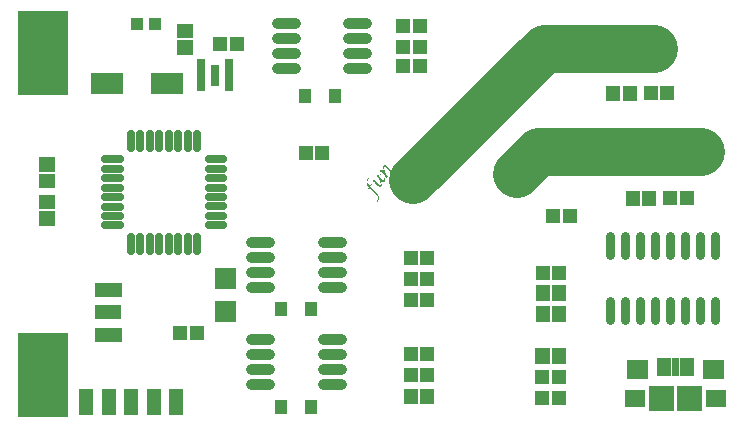
<source format=gbs>
G04 Created by GerbView*
%FSLAX26Y26*%
%MOIN*%
G75*
%ADD10C,0.0010*%
%ADD11C,0.1613*%
%ADD12C,0.0316*%
%ADD13C,0.0257*%
%ADD14C,0.0354*%
%ADD15R,0.0473X0.0512*%
%ADD16R,0.0473X0.0513*%
%ADD17R,0.0399X0.0399*%
%ADD18R,0.1654X0.2835*%
%ADD19R,0.0473X0.0866*%
%ADD20R,0.1654X0.2834*%
%LNEXPORT*%
D02*
D10*
D11*
X2132598Y1242244D02*
X1769251D01*
X1330000Y802992D01*
X2289999Y897992D02*
X1750000D01*
X1675000Y822992D01*
D12*
X2334999Y400472D02*
Y337480D01*
X2284999Y400472D02*
Y337480D01*
X2234999Y400472D02*
Y337480D01*
X2184999Y400472D02*
Y337480D01*
X2135000Y400472D02*
Y337480D01*
X2085000Y400472D02*
Y337480D01*
X2035000Y400472D02*
Y337480D01*
X1985000Y400472D02*
Y337480D01*
X2334999Y618464D02*
Y555472D01*
X2284999Y618464D02*
Y555472D01*
X2234999Y618464D02*
Y555472D01*
X2184999Y618464D02*
Y555472D01*
X2135000Y618464D02*
Y555472D01*
X2085000Y618464D02*
Y555472D01*
X2035000Y618464D02*
Y555472D01*
X1985000Y618464D02*
Y555472D01*
D13*
X351614Y872992D02*
X304370D01*
X351614Y841496D02*
X304370D01*
X351614Y810000D02*
X304370D01*
X351614Y778464D02*
X304370D01*
X351614Y747086D02*
X304370D01*
X351614Y715590D02*
X304370D01*
X351614Y684094D02*
X304370D01*
X351614Y652598D02*
X304370D01*
X390000Y614606D02*
Y567362D01*
X421496Y614606D02*
Y567362D01*
X452992Y614606D02*
Y567362D01*
X484488Y614606D02*
Y567362D01*
X515866Y614606D02*
Y567362D01*
X547362Y614606D02*
Y567362D01*
X578897Y614606D02*
Y567362D01*
X610393Y614606D02*
Y567362D01*
X696614Y652992D02*
X649370D01*
X696614Y684488D02*
X649370D01*
X696614Y715984D02*
X649370D01*
X696614Y747480D02*
X649370D01*
X696614Y778897D02*
X649370D01*
X696614Y810393D02*
X649370D01*
X696614Y841889D02*
X649370D01*
X696614Y873385D02*
X649370D01*
X610000Y958582D02*
Y911377D01*
X578464Y958582D02*
Y911377D01*
X546968Y958582D02*
Y911377D01*
X515472Y958582D02*
Y911377D01*
X484094Y958582D02*
Y911377D01*
X452598Y958582D02*
Y911377D01*
X421062Y958582D02*
Y911377D01*
X389566Y958582D02*
Y911377D01*
D14*
X850511Y122992D02*
X791456D01*
X850511Y172992D02*
X791456D01*
X850511Y222992D02*
X791456D01*
X850511Y272992D02*
X791456D01*
X1088503Y122992D02*
X1029448D01*
X1088503Y172992D02*
X1029448D01*
X1088503Y222992D02*
X1029448D01*
X1088503Y272992D02*
X1029448D01*
X935511Y1177992D02*
X876456D01*
X935511Y1227992D02*
X876456D01*
X935511Y1277992D02*
X876456D01*
X935511Y1327992D02*
X876456D01*
X1173503Y1177992D02*
X1114448D01*
X1173503Y1227992D02*
X1114448D01*
X1173503Y1277992D02*
X1114448D01*
X1173503Y1327992D02*
X1114448D01*
X850511Y447992D02*
X791456D01*
X850511Y497992D02*
X791456D01*
X850511Y547992D02*
X791456D01*
X850511Y597992D02*
X791456D01*
X1088503Y447992D02*
X1029448D01*
X1088503Y497992D02*
X1029448D01*
X1088503Y547992D02*
X1029448D01*
X1088503Y597992D02*
X1029448D01*
D10*
G36*
X2295472Y139881D02*
Y202992D01*
X2366496D01*
Y139881D01*
X2295472D01*
G37*
G36*
X2043464Y139881D02*
Y202992D01*
X2114488D01*
Y139881D01*
X2043464D01*
G37*
G36*
X2307480Y45866D02*
Y105078D01*
X2372598D01*
Y45866D01*
X2307480D01*
G37*
G36*
X2037480Y45866D02*
Y105078D01*
X2102598D01*
Y45866D01*
X2037480D01*
G37*
G36*
X2210590Y34094D02*
Y116889D01*
X2293385D01*
Y34094D01*
X2210590D01*
G37*
G36*
X2116574Y34094D02*
Y116889D01*
X2199370D01*
Y34094D01*
X2116574D01*
G37*
G36*
X2244173Y149881D02*
Y210984D01*
X2267874D01*
Y149881D01*
X2244173D01*
G37*
G36*
X2142165Y149881D02*
Y210984D01*
X2165866D01*
Y149881D01*
X2142165D01*
G37*
G36*
X2219173Y149881D02*
Y210984D01*
X2242874D01*
Y149881D01*
X2219173D01*
G37*
G36*
X2167165Y149881D02*
Y210984D01*
X2190866D01*
Y149881D01*
X2167165D01*
G37*
G36*
X2193188Y149881D02*
Y210984D01*
X2216889D01*
Y149881D01*
X2193188D01*
G37*
G36*
X608976Y1099763D02*
Y1206181D01*
X636574D01*
Y1099763D01*
X608976D01*
G37*
G36*
X656181Y1117480D02*
Y1188464D01*
X683779D01*
Y1117480D01*
X656181D01*
G37*
G36*
X703385Y1099763D02*
Y1206181D01*
X730984D01*
Y1099763D01*
X703385D01*
G37*
D15*
X1816023Y77992D03*
D10*
D15*
X1760943Y77992D03*
D10*
D16*
X1816023Y147992D03*
D10*
D16*
X1760943Y147992D03*
D10*
G36*
X1737598Y191889D02*
Y243188D01*
X1785000D01*
Y191889D01*
X1737598D01*
G37*
G36*
X1792677Y191889D02*
Y243188D01*
X1840078D01*
Y191889D01*
X1792677D01*
G37*
D16*
X1377519Y152992D03*
D10*
D16*
X1322440Y152992D03*
D10*
D16*
X1377519Y222992D03*
D10*
D16*
X1322440Y222992D03*
D10*
G36*
X1298779Y57283D02*
Y108661D01*
X1346062D01*
Y57283D01*
X1298779D01*
G37*
G36*
X1353897Y57283D02*
Y108661D01*
X1401181D01*
Y57283D01*
X1353897D01*
G37*
G36*
X870275Y24291D02*
Y71692D01*
X909763D01*
Y24291D01*
X870275D01*
G37*
G36*
X970275Y24291D02*
Y71692D01*
X1009763D01*
Y24291D01*
X970275D01*
G37*
G36*
X1738779Y402283D02*
Y453661D01*
X1786062D01*
Y402283D01*
X1738779D01*
G37*
G36*
X1793897Y402283D02*
Y453661D01*
X1841181D01*
Y402283D01*
X1793897D01*
G37*
G36*
X1738779Y332283D02*
Y383661D01*
X1786062D01*
Y332283D01*
X1738779D01*
G37*
G36*
X1793897Y332283D02*
Y383661D01*
X1841181D01*
Y332283D01*
X1793897D01*
G37*
G36*
X2038779Y717283D02*
Y768661D01*
X2086062D01*
Y717283D01*
X2038779D01*
G37*
G36*
X2093897Y717283D02*
Y768661D01*
X2141181D01*
Y717283D01*
X2093897D01*
G37*
G36*
X1973779Y1067283D02*
Y1118661D01*
X2021062D01*
Y1067283D01*
X1973779D01*
G37*
G36*
X2028897Y1067283D02*
Y1118661D01*
X2076181D01*
Y1067283D01*
X2028897D01*
G37*
D16*
X2242519Y742992D03*
D10*
D16*
X2187440Y742992D03*
D10*
D16*
X2177519Y1092992D03*
D10*
D16*
X2122440Y1092992D03*
D10*
D16*
X1817518Y492992D03*
D10*
D16*
X1762440Y492992D03*
D10*
D16*
X1852518Y682992D03*
D10*
D16*
X1797440Y682992D03*
D10*
D16*
X1027519Y892992D03*
D10*
D16*
X972440Y892992D03*
D10*
D16*
X608582Y295433D03*
D10*
D16*
X553464Y295433D03*
D10*
G36*
X84291Y706889D02*
Y754173D01*
X135669D01*
Y706889D01*
X84291D01*
G37*
G36*
X84291Y651771D02*
Y699094D01*
X135669D01*
Y651771D01*
X84291D01*
G37*
D16*
X1352519Y1182992D03*
D10*
D16*
X1297440Y1182992D03*
D10*
D16*
X1352519Y1317992D03*
D10*
D16*
X1297440Y1317992D03*
D10*
D16*
X1352519Y1247992D03*
D10*
D16*
X1297440Y1247992D03*
D10*
G36*
X950275Y1059291D02*
Y1106692D01*
X989763D01*
Y1059291D01*
X950275D01*
G37*
G36*
X1050275Y1059291D02*
Y1106692D01*
X1089763D01*
Y1059291D01*
X1050275D01*
G37*
D16*
X1377519Y402992D03*
D10*
D16*
X1322440Y402992D03*
D10*
D16*
X1377519Y542992D03*
D10*
D16*
X1322440Y542992D03*
D10*
D16*
X1377519Y472992D03*
D10*
D16*
X1322440Y472992D03*
D10*
G36*
X870275Y349291D02*
Y396692D01*
X909763D01*
Y349291D01*
X870275D01*
G37*
G36*
X970275Y349291D02*
Y396692D01*
X1009763D01*
Y349291D01*
X970275D01*
G37*
G36*
X256062Y1091968D02*
Y1160000D01*
X364094D01*
Y1091968D01*
X256062D01*
G37*
G36*
X456062Y1091968D02*
Y1160000D01*
X564094D01*
Y1091968D01*
X456062D01*
G37*
G36*
X84291Y776771D02*
Y824094D01*
X135669D01*
Y776771D01*
X84291D01*
G37*
G36*
X84291Y831889D02*
Y879173D01*
X135669D01*
Y831889D01*
X84291D01*
G37*
G36*
X670590Y330078D02*
Y401062D01*
X741574D01*
Y330078D01*
X670590D01*
G37*
G36*
X670590Y440275D02*
Y511299D01*
X741574D01*
Y440275D01*
X670590D01*
G37*
D16*
X742874Y1258385D03*
D10*
D16*
X687755Y1258385D03*
D10*
G36*
X543897Y1276889D02*
Y1324291D01*
X595196D01*
Y1276889D01*
X543897D01*
G37*
G36*
X543897Y1221771D02*
Y1269173D01*
X595196D01*
Y1221771D01*
X543897D01*
G37*
D17*
X470905Y1324527D03*
D10*
D17*
X410905Y1324527D03*
D10*
G36*
X271574Y264291D02*
Y311692D01*
X358385D01*
Y264291D01*
X271574D01*
G37*
G36*
X271496Y340275D02*
Y387677D01*
X358188D01*
Y340275D01*
X271496D01*
G37*
G36*
X271574Y414291D02*
Y461692D01*
X358385D01*
Y414291D01*
X271574D01*
G37*
D18*
X95000Y1227992D03*
D10*
D19*
X240000Y62992D03*
D10*
D19*
X540000Y62992D03*
D10*
D19*
X465000Y62992D03*
D10*
D19*
X390000Y62992D03*
D10*
D19*
X315000Y62992D03*
D10*
D20*
X95000Y152992D03*
D10*
D20*
X95000Y152992D03*
D10*
G36*
X1208408Y735762D02*
X1209032Y736187D01*
X1209629Y736635D01*
X1210199Y737107D01*
X1210742Y737602D01*
X1211258Y738121D01*
X1211746Y738663D01*
X1212208Y739229D01*
X1212642Y739818D01*
X1213190Y740678D01*
X1213631Y741540D01*
X1213965Y742403D01*
X1214191Y743268D01*
X1214310Y744135D01*
X1214323Y745004D01*
X1214228Y745874D01*
X1214026Y746747D01*
X1213712Y747638D01*
X1213282Y748567D01*
X1212737Y749532D01*
X1212075Y750535D01*
X1211297Y751574D01*
X1210404Y752651D01*
X1209394Y753764D01*
X1208268Y754915D01*
X1184233Y778642D01*
X1180446Y773233D01*
X1179853Y776153D01*
X1182717Y780243D01*
X1182456Y780533D01*
X1181036Y782120D01*
X1179775Y783761D01*
X1178675Y785457D01*
X1177733Y787208D01*
X1176951Y789013D01*
X1176329Y790873D01*
X1175866Y792788D01*
X1175562Y794757D01*
X1175424Y796731D01*
X1175456Y798659D01*
X1175659Y800541D01*
X1176033Y802378D01*
X1176577Y804168D01*
X1177292Y805913D01*
X1178177Y807612D01*
X1179234Y809266D01*
X1179602Y809778D01*
X1179976Y810271D01*
X1180355Y810746D01*
X1180741Y811202D01*
X1181133Y811640D01*
X1181530Y812059D01*
X1181933Y812459D01*
X1182343Y812841D01*
X1183578Y806859D01*
X1182859Y806526D01*
X1182181Y806160D01*
X1181544Y805759D01*
X1180948Y805324D01*
X1180393Y804855D01*
X1179878Y804352D01*
X1179404Y803814D01*
X1178972Y803243D01*
X1178394Y802347D01*
X1177923Y801463D01*
X1177559Y800590D01*
X1177302Y799728D01*
X1177152Y798878D01*
X1177108Y798039D01*
X1177172Y797212D01*
X1177342Y796396D01*
X1177628Y795556D01*
X1178039Y794659D01*
X1178573Y793704D01*
X1179232Y792691D01*
X1180015Y791620D01*
X1180923Y790491D01*
X1181954Y789304D01*
X1183110Y788059D01*
X1186033Y784979D01*
X1192328Y793969D01*
X1193096Y790533D01*
X1192476Y789828D01*
X1191868Y789115D01*
X1191270Y788393D01*
X1190683Y787663D01*
X1190107Y786924D01*
X1189542Y786176D01*
X1188987Y785420D01*
X1188443Y784655D01*
X1187567Y783404D01*
X1205752Y765466D01*
X1207724Y763422D01*
X1209493Y761373D01*
X1211059Y759319D01*
X1212422Y757262D01*
X1213582Y755200D01*
X1214538Y753134D01*
X1215292Y751063D01*
X1215843Y748988D01*
X1216186Y746929D01*
X1216317Y744907D01*
X1216236Y742922D01*
X1215942Y740974D01*
X1215437Y739062D01*
X1214719Y737187D01*
X1213788Y735349D01*
X1212646Y733547D01*
X1212311Y733079D01*
X1211962Y732612D01*
X1211599Y732146D01*
X1211223Y731681D01*
X1210832Y731216D01*
X1210427Y730752D01*
X1210009Y730289D01*
X1209577Y729827D01*
X1209593Y729815D01*
X1208408Y735762D01*
G37*
G36*
X1219609Y805210D02*
X1221613Y801280D01*
X1223198Y797658D01*
X1224365Y794345D01*
X1225114Y791340D01*
X1225445Y788643D01*
X1225358Y786255D01*
X1224853Y784175D01*
X1223929Y782403D01*
X1223229Y781554D01*
X1222472Y780924D01*
X1221657Y780512D01*
X1220785Y780320D01*
X1219856Y780346D01*
X1218869Y780590D01*
X1217824Y781054D01*
X1216722Y781736D01*
X1216393Y781976D01*
X1216052Y782241D01*
X1215700Y782532D01*
X1215335Y782850D01*
X1214959Y783193D01*
X1214571Y783563D01*
X1214171Y783958D01*
X1213760Y784380D01*
X1203631Y794920D01*
X1203063Y795510D01*
X1202542Y796040D01*
X1202070Y796511D01*
X1201645Y796923D01*
X1201268Y797277D01*
X1200939Y797571D01*
X1200658Y797806D01*
X1200425Y797982D01*
X1200062Y798203D01*
X1199714Y798348D01*
X1199382Y798416D01*
X1199065Y798408D01*
X1198764Y798323D01*
X1198478Y798161D01*
X1198207Y797923D01*
X1197952Y797608D01*
X1197597Y796925D01*
X1197352Y796051D01*
X1197218Y794986D01*
X1197195Y793729D01*
X1197283Y792280D01*
X1197482Y790640D01*
X1197792Y788809D01*
X1198212Y786786D01*
X1196310Y788777D01*
X1195891Y790998D01*
X1195626Y793063D01*
X1195515Y794972D01*
X1195558Y796725D01*
X1195755Y798322D01*
X1196106Y799763D01*
X1196611Y801048D01*
X1197270Y802177D01*
X1197898Y802954D01*
X1198562Y803544D01*
X1199261Y803947D01*
X1199997Y804161D01*
X1200770Y804189D01*
X1201578Y804029D01*
X1202422Y803681D01*
X1203302Y803146D01*
X1203621Y802909D01*
X1203980Y802617D01*
X1204379Y802271D01*
X1204818Y801869D01*
X1205296Y801413D01*
X1205815Y800903D01*
X1206373Y800338D01*
X1206970Y799718D01*
X1217106Y789112D01*
X1217436Y788772D01*
X1217744Y788461D01*
X1218030Y788181D01*
X1218295Y787930D01*
X1218538Y787708D01*
X1218760Y787517D01*
X1218960Y787355D01*
X1219139Y787222D01*
X1219609Y786926D01*
X1220049Y786716D01*
X1220460Y786593D01*
X1220841Y786557D01*
X1221192Y786607D01*
X1221514Y786743D01*
X1221805Y786967D01*
X1222068Y787276D01*
X1222334Y787802D01*
X1222505Y788481D01*
X1222580Y789313D01*
X1222560Y790298D01*
X1222445Y791437D01*
X1222233Y792729D01*
X1221926Y794175D01*
X1221524Y795773D01*
X1221045Y797455D01*
X1220509Y799150D01*
X1219915Y800858D01*
X1219264Y802578D01*
X1218555Y804312D01*
X1217789Y806058D01*
X1216965Y807818D01*
X1216084Y809590D01*
X1208682Y817324D01*
X1211966Y822642D01*
X1218108Y815701D01*
X1228305Y805063D01*
X1228874Y804473D01*
X1229395Y803941D01*
X1229868Y803469D01*
X1230293Y803056D01*
X1230670Y802702D01*
X1231000Y802407D01*
X1231282Y802172D01*
X1231515Y801995D01*
X1231885Y801769D01*
X1232238Y801621D01*
X1232575Y801550D01*
X1232895Y801555D01*
X1233199Y801639D01*
X1233487Y801799D01*
X1233759Y802036D01*
X1234015Y802351D01*
X1234374Y803039D01*
X1234621Y803917D01*
X1234757Y804985D01*
X1234780Y806242D01*
X1234692Y807690D01*
X1234491Y809328D01*
X1234179Y811155D01*
X1233754Y813172D01*
X1235656Y811181D01*
X1236072Y808955D01*
X1236334Y806886D01*
X1236444Y804975D01*
X1236400Y803221D01*
X1236204Y801625D01*
X1235855Y800187D01*
X1235352Y798905D01*
X1234697Y797782D01*
X1234069Y797005D01*
X1233404Y796416D01*
X1232701Y796015D01*
X1231963Y795802D01*
X1231187Y795777D01*
X1230374Y795941D01*
X1229524Y796292D01*
X1228638Y796832D01*
X1228313Y797073D01*
X1227950Y797367D01*
X1227549Y797716D01*
X1227110Y798118D01*
X1226632Y798574D01*
X1226116Y799084D01*
X1225562Y799648D01*
X1224970Y800265D01*
X1219882Y805600D01*
X1219609Y805210D01*
G37*
G36*
X1237805Y818543D02*
X1227619Y829173D01*
X1227051Y829763D01*
X1226531Y830294D01*
X1226058Y830766D01*
X1225633Y831179D01*
X1225257Y831532D01*
X1224928Y831827D01*
X1224646Y832062D01*
X1224413Y832238D01*
X1224050Y832460D01*
X1223702Y832605D01*
X1223369Y832673D01*
X1223052Y832665D01*
X1222751Y832580D01*
X1222465Y832418D01*
X1222194Y832180D01*
X1221939Y831865D01*
X1221583Y831182D01*
X1221338Y830309D01*
X1221202Y829245D01*
X1221177Y827989D01*
X1221262Y826543D01*
X1221457Y824906D01*
X1221762Y823078D01*
X1222177Y821059D01*
X1220279Y823030D01*
X1219865Y825253D01*
X1219604Y827320D01*
X1219497Y829231D01*
X1219544Y830986D01*
X1219744Y832585D01*
X1220098Y834029D01*
X1220606Y835317D01*
X1221267Y836449D01*
X1221892Y837223D01*
X1222554Y837810D01*
X1223252Y838210D01*
X1223986Y838423D01*
X1224756Y838449D01*
X1225562Y838289D01*
X1226405Y837941D01*
X1227283Y837407D01*
X1227608Y837167D01*
X1227970Y836873D01*
X1228372Y836527D01*
X1228811Y836128D01*
X1229290Y835676D01*
X1229807Y835170D01*
X1230362Y834612D01*
X1230956Y834001D01*
X1236028Y828673D01*
X1236283Y829038D01*
X1235323Y830843D01*
X1234454Y832620D01*
X1233677Y834368D01*
X1232993Y836088D01*
X1232400Y837780D01*
X1231900Y839444D01*
X1231492Y841079D01*
X1231176Y842686D01*
X1230959Y844231D01*
X1230846Y845678D01*
X1230838Y847027D01*
X1230936Y848279D01*
X1231138Y849433D01*
X1231445Y850491D01*
X1231858Y851450D01*
X1232375Y852312D01*
X1233087Y853184D01*
X1233849Y853838D01*
X1234661Y854274D01*
X1235524Y854493D01*
X1236437D01*
X1237400Y854275D01*
X1238413Y853840D01*
X1239477Y853186D01*
X1239835Y852926D01*
X1240204Y852639D01*
X1240583Y852326D01*
X1240973Y851987D01*
X1241373Y851621D01*
X1241784Y851229D01*
X1242205Y850810D01*
X1242637Y850365D01*
X1252681Y839857D01*
X1253254Y839263D01*
X1253777Y838729D01*
X1254251Y838256D01*
X1254676Y837842D01*
X1255052Y837489D01*
X1255378Y837196D01*
X1255655Y836964D01*
X1255883Y836791D01*
X1256252Y836566D01*
X1256605Y836418D01*
X1256941Y836347D01*
X1257262Y836354D01*
X1257566Y836438D01*
X1257855Y836599D01*
X1258127Y836837D01*
X1258383Y837153D01*
X1258748Y837848D01*
X1259000Y838733D01*
X1259140Y839807D01*
X1259167Y841071D01*
X1259082Y842524D01*
X1258885Y844166D01*
X1258576Y845998D01*
X1258154Y848019D01*
X1260058Y846006D01*
X1260470Y843781D01*
X1260729Y841712D01*
X1260834Y839799D01*
X1260786Y838041D01*
X1260584Y836440D01*
X1260228Y834994D01*
X1259719Y833705D01*
X1259057Y832571D01*
X1258430Y831796D01*
X1257766Y831208D01*
X1257066Y830808D01*
X1256328Y830596D01*
X1255554Y830572D01*
X1254743Y830735D01*
X1253895Y831086D01*
X1253010Y831625D01*
X1252691Y831862D01*
X1252333Y832154D01*
X1251935Y832502D01*
X1251499Y832904D01*
X1251022Y833362D01*
X1250507Y833876D01*
X1249952Y834444D01*
X1249358Y835068D01*
X1239315Y845679D01*
X1239030Y845982D01*
X1238751Y846267D01*
X1238480Y846533D01*
X1238215Y846781D01*
X1237957Y847010D01*
X1237707Y847220D01*
X1237463Y847411D01*
X1237226Y847584D01*
X1236756Y847880D01*
X1236315Y848088D01*
X1235903Y848209D01*
X1235521Y848242D01*
X1235167Y848188D01*
X1234842Y848047D01*
X1234547Y847818D01*
X1234280Y847502D01*
X1233666Y846143D01*
X1233427Y844355D01*
X1233563Y842140D01*
X1234074Y839496D01*
X1234960Y836424D01*
X1236222Y832925D01*
X1237858Y828997D01*
X1239870Y824641D01*
X1247189Y816877D01*
X1243939Y811608D01*
X1237805Y818543D01*
G37*
D02*
M02*

</source>
